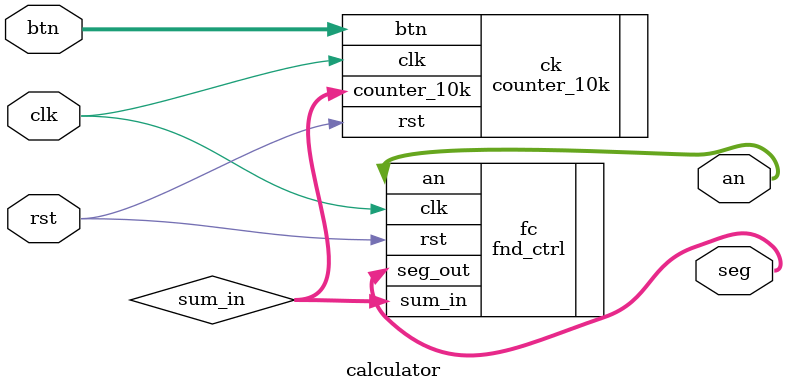
<source format=v>
module calculator(
                    input clk,
                    input rst,
                    input [1:0] btn,
                    output [7:0] seg,
                    output [3:0] an
                );

    wire [13:0] sum_in;

    counter_10k ck(
        .clk(clk),
        .rst(rst),
        .btn(btn),
        .counter_10k(sum_in)
    );

    fnd_ctrl fc(
                .sum_in(sum_in),
                .clk(clk),
                .rst(rst),
                .seg_out(seg),
                .an(an)
            );

endmodule
</source>
